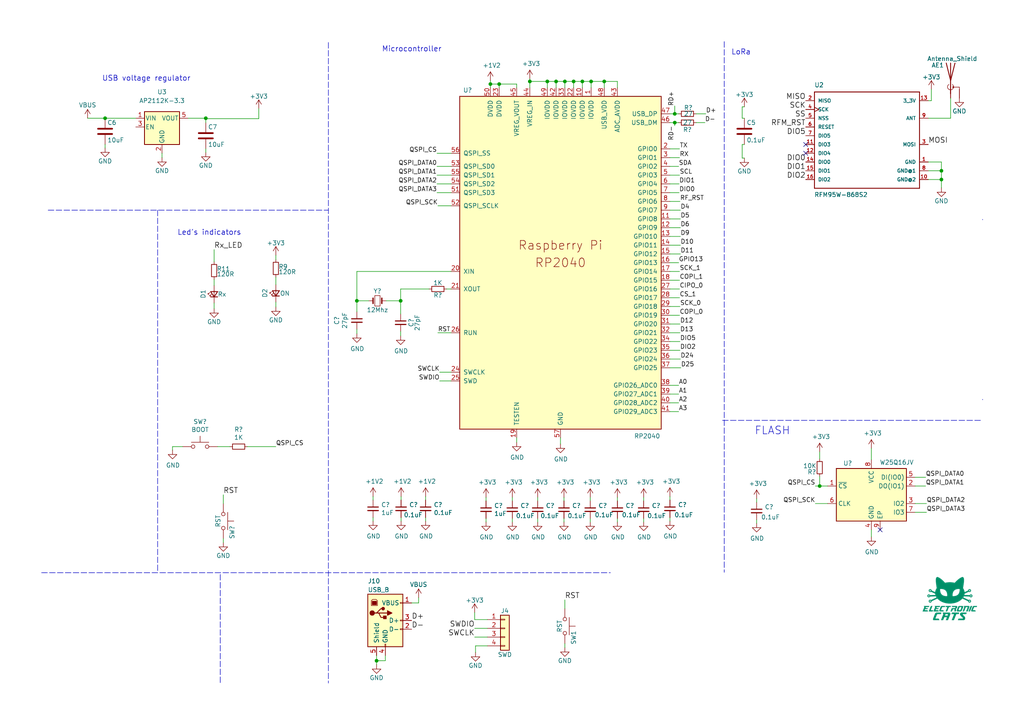
<source format=kicad_sch>
(kicad_sch (version 20211123) (generator eeschema)
  (paper "A4")
  (title_block (title "USB Stick") (date "2020-08-03") (rev "2.5") (company "Electronic Cats") (comment 1 "Eduardo Contreras") (comment 2 "Andres Sabas"))
  (lib_symbols
    (symbol "Device:Antenna_Shield" (pin_numbers hide) (pin_names (offset 1.016) hide)
      (property "Reference" "AE" (at -1.905 4.445 0))
      (property "Value" "Antenna_Shield" (at -1.905 2.54 0))
      (symbol "Antenna_Shield_1_1"
        (pin input line (at 0 -5.08 90) (length 2.54) (name "A") (number "1"))
        (pin input line (at 2.54 -5.08 90) (length 2.54) (name "Shield") (number "2"))
      )
    )
    (symbol "Device:C" (pin_numbers hide) (pin_names (offset 0.254))
      (property "Reference" "C" (at 0.635 2.54 0))
      (property "Value" "C" (at 0.635 -2.54 0))
      (symbol "C_1_1"
        (pin passive line (at 0 3.81 270) (length 2.794) (name "~") (number "1"))
        (pin passive line (at 0 -3.81 90) (length 2.794) (name "~") (number "2"))
      )
    )
    (symbol "Device:C_Small" (pin_numbers hide) (pin_names (offset 0.254) hide)
      (property "Reference" "C" (at 0.254 1.778 0))
      (property "Value" "C_Small" (at 0.254 -2.032 0))
      (symbol "C_Small_1_1"
        (pin passive line (at 0 2.54 270) (length 2.032) (name "~") (number "1"))
        (pin passive line (at 0 -2.54 90) (length 2.032) (name "~") (number "2"))
      )
    )
    (symbol "Device:Crystal_Small" (pin_numbers hide) (pin_names (offset 1.016) hide)
      (property "Reference" "Y" (at 0 2.54 0))
      (property "Value" "Crystal_Small" (at 0 -2.54 0))
      (symbol "Crystal_Small_1_1"
        (pin passive line (at -2.54 0 0) (length 1.27) (name "1") (number "1"))
        (pin passive line (at 2.54 0 180) (length 1.27) (name "2") (number "2"))
      )
    )
    (symbol "Device:LED_Small" (pin_numbers hide) (pin_names (offset 0.254) hide)
      (property "Reference" "D" (at -1.27 3.175 0))
      (property "Value" "LED_Small" (at -4.445 -2.54 0))
      (symbol "LED_Small_1_1"
        (pin passive line (at -2.54 0 0) (length 1.778) (name "K") (number "1"))
        (pin passive line (at 2.54 0 180) (length 1.778) (name "A") (number "2"))
      )
    )
    (symbol "Device:R_Small" (pin_numbers hide) (pin_names (offset 0.254) hide)
      (property "Reference" "R" (at 0.762 0.508 0))
      (property "Value" "R_Small" (at 0.762 -1.016 0))
      (symbol "R_Small_1_1"
        (pin passive line (at 0 2.54 270) (length 0.762) (name "~") (number "1"))
        (pin passive line (at 0 -2.54 90) (length 0.762) (name "~") (number "2"))
      )
    )
    (symbol "LoRA_USBStick-rescue:Conn_01x04" (pin_names (offset 1.016) hide)
      (property "Reference" "J" (at 0 5.08 0))
      (property "Value" "Conn_01x04" (at 0 -7.62 0))
      (symbol "Conn_01x04_1_1"
        (pin passive line (at -5.08 2.54 0) (length 3.81) (name "Pin_1") (number "1"))
        (pin passive line (at -5.08 0 0) (length 3.81) (name "Pin_2") (number "2"))
        (pin passive line (at -5.08 -2.54 0) (length 3.81) (name "Pin_3") (number "3"))
        (pin passive line (at -5.08 -5.08 0) (length 3.81) (name "Pin_4") (number "4"))
      )
    )
    (symbol "LoRA_USBStick-rescue:SW_Push" (pin_numbers hide) (pin_names (offset 1.016) hide)
      (property "Reference" "SW" (at 1.27 2.54 0))
      (property "Value" "SW_Push" (at 0 -1.524 0))
      (symbol "SW_Push_0_1"
        (pin passive line (at -5.08 0 0) (length 2.54) (name "1") (number "1"))
        (pin passive line (at 5.08 0 180) (length 2.54) (name "2") (number "2"))
      )
    )
    (symbol "LoRA_USBStick-rescue:USB_B" (pin_names (offset 1.016))
      (property "Reference" "J" (at -5.08 11.43 0))
      (property "Value" "USB_B" (at -5.08 8.89 0))
      (symbol "USB_B_1_1"
        (pin power_out line (at 7.62 5.08 180) (length 2.54) (name "VBUS") (number "1"))
        (pin passive line (at 7.62 -2.54 180) (length 2.54) (name "D-") (number "2"))
        (pin passive line (at 7.62 0 180) (length 2.54) (name "D+") (number "3"))
        (pin power_out line (at 0 -10.16 90) (length 2.54) (name "GND") (number "4"))
        (pin passive line (at -2.54 -10.16 90) (length 2.54) (name "Shield") (number "5"))
      )
    )
    (symbol "Memory_Flash:W25Q32JVZP"
      (property "Reference" "U" (at -8.89 8.89 0))
      (property "Value" "W25Q32JVZP" (at 7.62 8.89 0))
      (symbol "W25Q32JVZP_1_1"
        (pin input line (at -12.7 2.54 0) (length 2.54) (name "~{CS}") (number "1"))
        (pin bidirectional line (at 12.7 2.54 180) (length 2.54) (name "DO(IO1)") (number "2"))
        (pin bidirectional line (at 12.7 -2.54 180) (length 2.54) (name "IO2") (number "3"))
        (pin power_in line (at 0 -10.16 90) (length 2.54) (name "GND") (number "4"))
        (pin bidirectional line (at 12.7 5.08 180) (length 2.54) (name "DI(IO0)") (number "5"))
        (pin input line (at -12.7 -2.54 0) (length 2.54) (name "CLK") (number "6"))
        (pin bidirectional line (at 12.7 -5.08 180) (length 2.54) (name "IO3") (number "7"))
        (pin power_in line (at 0 10.16 270) (length 2.54) (name "VCC") (number "8"))
        (pin passive line (at 2.54 -10.16 90) (length 2.54) (name "EP") (number "9"))
      )
    )
    (symbol "PicoWAN-rescue:RP2040-MCU_RaspberryPi_and_Boards-PicoWAN-rescue-PicoWAN-rescue" (pin_names (offset 1.016))
      (property "Reference" "U" (at -29.21 49.53 0))
      (property "Value" "RP2040-MCU_RaspberryPi_and_Boards-PicoWAN-rescue-PicoWAN-rescue" (at 24.13 -49.53 0))
      (symbol "RP2040-MCU_RaspberryPi_and_Boards-PicoWAN-rescue-PicoWAN-rescue_0_0"
        (text "Raspberry Pi" (at 0 5.08 0) (effects (font (size 2.54 2.54))))
        (text "RP2040" (at 0 0 0) (effects (font (size 2.54 2.54))))
      )
      (symbol "RP2040-MCU_RaspberryPi_and_Boards-PicoWAN-rescue-PicoWAN-rescue_1_1"
        (pin power_in line (at 8.89 50.8 270) (length 2.54) (name "IOVDD") (number "1"))
        (pin power_in line (at 6.35 50.8 270) (length 2.54) (name "IOVDD") (number "10"))
        (pin bidirectional line (at 31.75 12.7 180) (length 2.54) (name "GPIO8") (number "11"))
        (pin bidirectional line (at 31.75 10.16 180) (length 2.54) (name "GPIO9") (number "12"))
        (pin bidirectional line (at 31.75 7.62 180) (length 2.54) (name "GPIO10") (number "13"))
        (pin bidirectional line (at 31.75 5.08 180) (length 2.54) (name "GPIO11") (number "14"))
        (pin bidirectional line (at 31.75 2.54 180) (length 2.54) (name "GPIO12") (number "15"))
        (pin bidirectional line (at 31.75 0 180) (length 2.54) (name "GPIO13") (number "16"))
        (pin bidirectional line (at 31.75 -2.54 180) (length 2.54) (name "GPIO14") (number "17"))
        (pin bidirectional line (at 31.75 -5.08 180) (length 2.54) (name "GPIO15") (number "18"))
        (pin passive line (at -12.7 -50.8 90) (length 2.54) (name "TESTEN") (number "19"))
        (pin bidirectional line (at 31.75 33.02 180) (length 2.54) (name "GPIO0") (number "2"))
        (pin input line (at -31.75 -2.54 0) (length 2.54) (name "XIN") (number "20"))
        (pin passive line (at -31.75 -7.62 0) (length 2.54) (name "XOUT") (number "21"))
        (pin power_in line (at 3.81 50.8 270) (length 2.54) (name "IOVDD") (number "22"))
        (pin power_in line (at -17.78 50.8 270) (length 2.54) (name "DVDD") (number "23"))
        (pin output line (at -31.75 -31.75 0) (length 2.54) (name "SWCLK") (number "24"))
        (pin bidirectional line (at -31.75 -34.29 0) (length 2.54) (name "SWD") (number "25"))
        (pin input line (at -31.75 -20.32 0) (length 2.54) (name "RUN") (number "26"))
        (pin bidirectional line (at 31.75 -7.62 180) (length 2.54) (name "GPIO16") (number "27"))
        (pin bidirectional line (at 31.75 -10.16 180) (length 2.54) (name "GPIO17") (number "28"))
        (pin bidirectional line (at 31.75 -12.7 180) (length 2.54) (name "GPIO18") (number "29"))
        (pin bidirectional line (at 31.75 30.48 180) (length 2.54) (name "GPIO1") (number "3"))
        (pin bidirectional line (at 31.75 -15.24 180) (length 2.54) (name "GPIO19") (number "30"))
        (pin bidirectional line (at 31.75 -17.78 180) (length 2.54) (name "GPIO20") (number "31"))
        (pin bidirectional line (at 31.75 -20.32 180) (length 2.54) (name "GPIO21") (number "32"))
        (pin power_in line (at 1.27 50.8 270) (length 2.54) (name "IOVDD") (number "33"))
        (pin bidirectional line (at 31.75 -22.86 180) (length 2.54) (name "GPIO22") (number "34"))
        (pin bidirectional line (at 31.75 -25.4 180) (length 2.54) (name "GPIO23") (number "35"))
        (pin bidirectional line (at 31.75 -27.94 180) (length 2.54) (name "GPIO24") (number "36"))
        (pin bidirectional line (at 31.75 -30.48 180) (length 2.54) (name "GPIO25") (number "37"))
        (pin bidirectional line (at 31.75 -35.56 180) (length 2.54) (name "GPIO26_ADC0") (number "38"))
        (pin bidirectional line (at 31.75 -38.1 180) (length 2.54) (name "GPIO27_ADC1") (number "39"))
        (pin bidirectional line (at 31.75 27.94 180) (length 2.54) (name "GPIO2") (number "4"))
        (pin bidirectional line (at 31.75 -40.64 180) (length 2.54) (name "GPIO28_ADC2") (number "40"))
        (pin bidirectional line (at 31.75 -43.18 180) (length 2.54) (name "GPIO29_ADC3") (number "41"))
        (pin power_in line (at -1.27 50.8 270) (length 2.54) (name "IOVDD") (number "42"))
        (pin power_in line (at 16.51 50.8 270) (length 2.54) (name "ADC_AVDD") (number "43"))
        (pin power_in line (at -8.89 50.8 270) (length 2.54) (name "VREG_IN") (number "44"))
        (pin power_out line (at -12.7 50.8 270) (length 2.54) (name "VREG_VOUT") (number "45"))
        (pin bidirectional line (at 31.75 40.64 180) (length 2.54) (name "USB_DM") (number "46"))
        (pin bidirectional line (at 31.75 43.18 180) (length 2.54) (name "USB_DP") (number "47"))
        (pin power_in line (at 12.7 50.8 270) (length 2.54) (name "USB_VDD") (number "48"))
        (pin power_in line (at -3.81 50.8 270) (length 2.54) (name "IOVDD") (number "49"))
        (pin bidirectional line (at 31.75 25.4 180) (length 2.54) (name "GPIO3") (number "5"))
        (pin power_in line (at -20.32 50.8 270) (length 2.54) (name "DVDD") (number "50"))
        (pin bidirectional line (at -31.75 20.32 0) (length 2.54) (name "QSPI_SD3") (number "51"))
        (pin output line (at -31.75 16.51 0) (length 2.54) (name "QSPI_SCLK") (number "52"))
        (pin bidirectional line (at -31.75 27.94 0) (length 2.54) (name "QSPI_SD0") (number "53"))
        (pin bidirectional line (at -31.75 22.86 0) (length 2.54) (name "QSPI_SD2") (number "54"))
        (pin bidirectional line (at -31.75 25.4 0) (length 2.54) (name "QSPI_SD1") (number "55"))
        (pin bidirectional line (at -31.75 31.75 0) (length 2.54) (name "QSPI_SS") (number "56"))
        (pin power_in line (at 0 -50.8 90) (length 2.54) (name "GND") (number "57"))
        (pin bidirectional line (at 31.75 22.86 180) (length 2.54) (name "GPIO4") (number "6"))
        (pin bidirectional line (at 31.75 20.32 180) (length 2.54) (name "GPIO5") (number "7"))
        (pin bidirectional line (at 31.75 17.78 180) (length 2.54) (name "GPIO6") (number "8"))
        (pin bidirectional line (at 31.75 15.24 180) (length 2.54) (name "GPIO7") (number "9"))
      )
    )
    (symbol "Regulator_Linear:AP2112K-3.3" (pin_names (offset 0.254))
      (property "Reference" "U" (at -5.08 5.715 0))
      (property "Value" "AP2112K-3.3" (at 0 5.715 0))
      (symbol "AP2112K-3.3_1_1"
        (pin power_in line (at -7.62 2.54 0) (length 2.54) (name "VIN") (number "1"))
        (pin power_in line (at 0 -7.62 90) (length 2.54) (name "GND") (number "2"))
        (pin input line (at -7.62 0 0) (length 2.54) (name "EN") (number "3"))
        (pin no_connect line (at 5.08 0 180) (length 2.54) hide (name "NC") (number "4"))
        (pin power_out line (at 7.62 2.54 180) (length 2.54) (name "VOUT") (number "5"))
      )
    )
    (symbol "Switch:SW_Push" (pin_numbers hide) (pin_names (offset 1.016) hide)
      (property "Reference" "SW" (at 1.27 2.54 0))
      (property "Value" "SW_Push" (at 0 -1.524 0))
      (symbol "SW_Push_0_1"
        (pin passive line (at -5.08 0 0) (length 2.54) (name "1") (number "1"))
        (pin passive line (at 5.08 0 180) (length 2.54) (name "2") (number "2"))
      )
    )
    (symbol "agroin:RFM95W-868S2" (pin_names (offset 1.016))
      (property "Reference" "U" (at -15.2654 13.9954 0))
      (property "Value" "RFM95W-868S2" (at -15.2908 -17.8308 0))
      (symbol "RFM95W-868S2_0_0"
        (pin power_in line (at 17.78 -7.62 180) (length 2.54) (name "GND") (number "1"))
        (pin power_in line (at 17.78 -12.7 180) (length 2.54) (name "GND@2") (number "10"))
        (pin bidirectional line (at -17.78 -2.54 0) (length 2.54) (name "DIO3") (number "11"))
        (pin bidirectional line (at -17.78 -5.08 0) (length 2.54) (name "DIO4") (number "12"))
        (pin power_in line (at 17.78 10.16 180) (length 2.54) (name "3_3V") (number "13"))
        (pin bidirectional line (at -17.78 -7.62 0) (length 2.54) (name "DIO0") (number "14"))
        (pin bidirectional line (at -17.78 -10.16 0) (length 2.54) (name "DIO1") (number "15"))
        (pin bidirectional line (at -17.78 -12.7 0) (length 2.54) (name "DIO2") (number "16"))
        (pin input line (at -17.78 10.16 0) (length 2.54) (name "MISO") (number "2"))
        (pin output line (at 17.78 -2.54 180) (length 2.54) (name "MOSI") (number "3"))
        (pin input clock (at -17.78 7.62 0) (length 2.54) (name "SCK") (number "4"))
        (pin input line (at -17.78 5.08 0) (length 2.54) (name "NSS") (number "5"))
        (pin bidirectional line (at -17.78 2.54 0) (length 2.54) (name "RESET") (number "6"))
        (pin bidirectional line (at -17.78 0 0) (length 2.54) (name "DIO5") (number "7"))
        (pin power_in line (at 17.78 -10.16 180) (length 2.54) (name "GND@1") (number "8"))
        (pin passive line (at 17.78 5.08 180) (length 2.54) (name "ANT") (number "9"))
      )
    )
    (symbol "power:+1V2" (power) (pin_names (offset 0))
      (property "Value" "+1V2" (at 0 3.556 0))
      (symbol "+1V2_1_1"
        (pin power_in line (at 0 0 90) (length 0) hide (name "+1V2") (number "1"))
      )
    )
    (symbol "power:+3.3V" (power) (pin_names (offset 0))
      (property "Value" "+3.3V" (at 0 3.556 0))
      (symbol "+3.3V_1_1"
        (pin power_in line (at 0 0 90) (length 0) hide (name "+3V3") (number "1"))
      )
    )
    (symbol "power:+3V3" (power) (pin_names (offset 0))
      (property "Value" "+3V3" (at 0 3.556 0))
      (symbol "+3V3_1_1"
        (pin power_in line (at 0 0 90) (length 0) hide (name "+3V3") (number "1"))
      )
    )
    (symbol "power:GND" (power) (pin_names (offset 0))
      (property "Value" "GND" (at 0 -3.81 0))
      (symbol "GND_1_1"
        (pin power_in line (at 0 0 270) (length 0) hide (name "GND") (number "1"))
      )
    )
    (symbol "power:VBUS" (power) (pin_names (offset 0))
      (property "Value" "VBUS" (at 0 3.81 0))
      (symbol "VBUS_1_1"
        (pin power_in line (at 0 0 90) (length 0) hide (name "VBUS") (number "1"))
      )
    )
  )
  (junction (at 153.67 23.622))
  (junction (at 144.78 24.384))
  (junction (at 161.29 23.622))
  (junction (at 195.707 35.56))
  (junction (at 59.69 34.29))
  (junction (at 237.744 140.97))
  (junction (at 195.707 33.02))
  (junction (at 116.205 87.249))
  (junction (at 273.05 49.53))
  (junction (at 273.05 52.07))
  (junction (at 168.91 23.622))
  (junction (at 166.37 23.622))
  (junction (at 171.45 23.622))
  (junction (at 158.75 23.622))
  (junction (at 142.24 24.384))
  (junction (at 175.26 23.622))
  (junction (at 163.83 23.622))
  (junction (at 103.505 87.249))
  (junction (at 109.22 191.643))
  (junction (at 30.48 34.29))
  (no_connect (at 255.27 153.67))
  (no_connect (at 233.68 41.91))
  (no_connect (at 233.68 44.45))
  (wire (pts (xy 59.69 34.417) (xy 75.057 34.417)))
  (wire (pts (xy 237.744 133.096) (xy 237.744 131.064)))
  (wire (pts (xy 116.332 150.114) (xy 116.332 151.13)))
  (wire (pts (xy 80.01 82.55) (xy 80.01 80.391)))
  (wire (pts (xy 194.31 73.66) (xy 197.358 73.66)))
  (wire (pts (xy 270.129 29.21) (xy 269.24 29.21)))
  (wire (pts (xy 171.196 145.288) (xy 171.196 144.272)))
  (wire (pts (xy 195.707 30.734) (xy 195.707 33.02)))
  (wire (pts (xy 194.31 111.76) (xy 196.85 111.76)))
  (wire (pts (xy 130.81 53.34) (xy 126.746 53.34)))
  (wire (pts (xy 130.81 107.95) (xy 127.508 107.95)))
  (wire (pts (xy 194.31 71.12) (xy 197.358 71.12)))
  (wire (pts (xy 63.119 129.54) (xy 66.675 129.54)))
  (wire (pts (xy 265.43 148.59) (xy 268.732 148.59)))
  (wire (pts (xy 62.103 82.804) (xy 62.103 81.026)))
  (wire (pts (xy 153.67 25.4) (xy 153.67 23.622)))
  (wire (pts (xy 59.69 44.196) (xy 59.69 43.18)))
  (wire (pts (xy 130.81 59.69) (xy 127 59.69)))
  (wire (pts (xy 194.31 86.36) (xy 197.104 86.36)))
  (wire (pts (xy 194.31 116.84) (xy 196.85 116.84)))
  (wire (pts (xy 116.205 87.249) (xy 116.205 91.059)))
  (wire (pts (xy 130.81 55.88) (xy 126.746 55.88)))
  (wire (pts (xy 273.05 52.07) (xy 273.05 54.483)))
  (wire (pts (xy 237.744 140.97) (xy 236.474 140.97)))
  (wire (pts (xy 269.24 49.53) (xy 273.05 49.53)))
  (wire (pts (xy 109.22 192.786) (xy 109.22 191.643)))
  (wire (pts (xy 80.01 87.63) (xy 80.01 89.027)))
  (wire (pts (xy 265.43 140.97) (xy 268.478 140.97)))
  (wire (pts (xy 265.43 138.43) (xy 268.478 138.43)))
  (wire (pts (xy 59.69 35.56) (xy 59.69 34.417)))
  (wire (pts (xy 80.01 75.311) (xy 80.01 74.041)))
  (wire (pts (xy 194.31 68.58) (xy 197.358 68.58)))
  (wire (pts (xy 215.265 30.988) (xy 215.265 34.29)))
  (wire (pts (xy 116.205 83.82) (xy 124.46 83.82)))
  (wire (pts (xy 194.31 58.42) (xy 197.231 58.42)))
  (wire (pts (xy 46.99 44.45) (xy 46.99 45.72)))
  (wire (pts (xy 175.26 23.622) (xy 171.45 23.622)))
  (wire (pts (xy 137.922 187.325) (xy 141.351 187.325)))
  (wire (pts (xy 30.48 42.926) (xy 30.48 41.91)))
  (wire (pts (xy 194.31 145.034) (xy 194.31 144.018)))
  (wire (pts (xy 219.456 145.669) (xy 219.456 144.653)))
  (polyline (pts (xy 210.058 12.065) (xy 210.058 165.989)))
  (wire (pts (xy 179.07 23.622) (xy 175.26 23.622)))
  (wire (pts (xy 186.69 150.368) (xy 186.69 151.384)))
  (wire (pts (xy 168.91 25.4) (xy 168.91 23.622)))
  (wire (pts (xy 194.31 50.8) (xy 197.104 50.8)))
  (wire (pts (xy 195.707 36.449) (xy 195.707 35.56)))
  (wire (pts (xy 194.31 96.52) (xy 197.231 96.52)))
  (wire (pts (xy 75.057 34.417) (xy 75.057 31.496)))
  (wire (pts (xy 158.75 25.4) (xy 158.75 23.622)))
  (wire (pts (xy 194.31 101.6) (xy 197.231 101.6)))
  (wire (pts (xy 273.05 49.53) (xy 273.05 52.07)))
  (wire (pts (xy 240.03 146.05) (xy 236.474 146.05)))
  (wire (pts (xy 111.76 190.119) (xy 111.76 191.643)))
  (wire (pts (xy 194.31 93.98) (xy 197.231 93.98)))
  (wire (pts (xy 275.717 34.29) (xy 275.717 28.448)))
  (wire (pts (xy 130.81 78.74) (xy 103.505 78.74)))
  (wire (pts (xy 54.61 34.29) (xy 59.69 34.29)))
  (wire (pts (xy 194.31 91.44) (xy 197.104 91.44)))
  (wire (pts (xy 265.43 146.05) (xy 268.732 146.05)))
  (wire (pts (xy 142.24 25.4) (xy 142.24 24.384)))
  (wire (pts (xy 194.31 63.5) (xy 197.358 63.5)))
  (wire (pts (xy 142.24 24.384) (xy 142.24 23.368)))
  (wire (pts (xy 194.31 53.34) (xy 196.977 53.34)))
  (wire (pts (xy 215.265 34.29) (xy 215.9 34.29)))
  (wire (pts (xy 123.444 150.114) (xy 123.444 151.13)))
  (wire (pts (xy 130.81 96.52) (xy 127 96.52)))
  (wire (pts (xy 194.31 33.02) (xy 195.707 33.02)))
  (wire (pts (xy 103.505 87.249) (xy 106.934 87.249)))
  (wire (pts (xy 194.31 99.06) (xy 197.231 99.06)))
  (polyline (pts (xy 12.065 166.116) (xy 177.038 166.116)))
  (wire (pts (xy 194.31 48.26) (xy 196.85 48.26)))
  (wire (pts (xy 166.37 25.4) (xy 166.37 23.622)))
  (wire (pts (xy 163.83 23.622) (xy 166.37 23.622)))
  (wire (pts (xy 130.81 48.26) (xy 126.746 48.26)))
  (wire (pts (xy 273.05 46.99) (xy 269.24 46.99)))
  (wire (pts (xy 148.59 150.368) (xy 148.59 151.384)))
  (wire (pts (xy 269.24 34.29) (xy 275.717 34.29)))
  (polyline (pts (xy 284.988 115.951) (xy 284.988 115.824)))
  (wire (pts (xy 194.31 55.88) (xy 196.977 55.88)))
  (polyline (pts (xy 209.55 121.92) (xy 284.48 121.92)))
  (polyline (pts (xy 13.97 60.96) (xy 95.25 60.96)))
  (wire (pts (xy 25.4 34.29) (xy 30.48 34.29)))
  (wire (pts (xy 163.83 25.4) (xy 163.83 23.622)))
  (wire (pts (xy 64.77 143.51) (xy 64.77 146.05)))
  (wire (pts (xy 130.81 83.82) (xy 129.54 83.82)))
  (wire (pts (xy 201.93 35.56) (xy 204.47 35.56)))
  (wire (pts (xy 130.81 50.8) (xy 126.746 50.8)))
  (wire (pts (xy 121.412 174.879) (xy 119.38 174.879)))
  (wire (pts (xy 163.83 173.99) (xy 163.83 176.53)))
  (wire (pts (xy 130.81 110.49) (xy 127.508 110.49)))
  (wire (pts (xy 215.265 45.847) (xy 215.265 41.91)))
  (wire (pts (xy 179.07 25.4) (xy 179.07 23.622)))
  (wire (pts (xy 270.129 25.908) (xy 270.129 29.21)))
  (wire (pts (xy 103.505 78.74) (xy 103.505 87.249)))
  (wire (pts (xy 252.73 133.35) (xy 252.73 130.048)))
  (wire (pts (xy 155.956 150.368) (xy 155.956 151.384)))
  (wire (pts (xy 121.412 173.355) (xy 121.412 174.879)))
  (wire (pts (xy 123.444 145.034) (xy 123.444 144.018)))
  (wire (pts (xy 162.56 127) (xy 162.56 128.778)))
  (wire (pts (xy 194.31 78.74) (xy 197.104 78.74)))
  (wire (pts (xy 153.67 23.622) (xy 158.75 23.622)))
  (wire (pts (xy 62.103 87.884) (xy 62.103 89.535)))
  (wire (pts (xy 163.576 150.368) (xy 163.576 151.384)))
  (wire (pts (xy 111.76 191.643) (xy 109.22 191.643)))
  (wire (pts (xy 171.45 23.622) (xy 171.45 25.4)))
  (wire (pts (xy 103.505 96.774) (xy 103.505 95.504)))
  (wire (pts (xy 153.67 23.622) (xy 153.67 22.86)))
  (wire (pts (xy 215.265 45.847) (xy 215.9 45.847)))
  (wire (pts (xy 194.31 66.04) (xy 197.358 66.04)))
  (wire (pts (xy 194.31 76.2) (xy 196.85 76.2)))
  (wire (pts (xy 194.31 106.68) (xy 197.485 106.68)))
  (wire (pts (xy 273.05 46.99) (xy 273.05 49.53)))
  (wire (pts (xy 194.31 45.72) (xy 197.104 45.72)))
  (wire (pts (xy 140.97 145.288) (xy 140.97 144.272)))
  (wire (pts (xy 161.29 25.4) (xy 161.29 23.622)))
  (wire (pts (xy 103.505 87.249) (xy 103.505 90.424)))
  (wire (pts (xy 194.31 88.9) (xy 197.231 88.9)))
  (wire (pts (xy 194.31 150.114) (xy 194.31 151.13)))
  (wire (pts (xy 194.31 104.14) (xy 197.358 104.14)))
  (wire (pts (xy 108.204 150.114) (xy 108.204 151.13)))
  (wire (pts (xy 50.038 129.54) (xy 50.038 130.556)))
  (wire (pts (xy 240.03 140.97) (xy 237.744 140.97)))
  (wire (pts (xy 148.59 145.288) (xy 148.59 144.272)))
  (wire (pts (xy 171.196 150.368) (xy 171.196 151.384)))
  (wire (pts (xy 112.014 87.249) (xy 116.205 87.249)))
  (wire (pts (xy 237.744 138.176) (xy 237.744 140.97)))
  (wire (pts (xy 194.31 35.56) (xy 195.707 35.56)))
  (wire (pts (xy 130.81 44.45) (xy 126.746 44.45)))
  (wire (pts (xy 194.31 119.38) (xy 196.85 119.38)))
  (wire (pts (xy 116.205 83.82) (xy 116.205 87.249)))
  (wire (pts (xy 163.576 145.288) (xy 163.576 144.272)))
  (wire (pts (xy 137.922 189.23) (xy 137.922 187.325)))
  (wire (pts (xy 137.668 179.705) (xy 137.668 177.673)))
  (wire (pts (xy 155.956 145.288) (xy 155.956 144.272)))
  (polyline (pts (xy 45.72 60.96) (xy 45.72 165.735)))
  (wire (pts (xy 149.86 127) (xy 149.86 128.27)))
  (wire (pts (xy 158.75 23.622) (xy 161.29 23.622)))
  (wire (pts (xy 149.86 24.384) (xy 144.78 24.384)))
  (wire (pts (xy 71.755 129.54) (xy 80.01 129.54)))
  (wire (pts (xy 137.668 182.245) (xy 141.351 182.245)))
  (wire (pts (xy 64.77 157.353) (xy 64.77 156.21)))
  (wire (pts (xy 116.332 145.034) (xy 116.332 144.018)))
  (wire (pts (xy 179.07 145.288) (xy 179.07 144.272)))
  (wire (pts (xy 30.48 34.29) (xy 39.37 34.29)))
  (wire (pts (xy 194.31 114.3) (xy 196.85 114.3)))
  (wire (pts (xy 194.31 60.96) (xy 197.358 60.96)))
  (wire (pts (xy 194.31 83.82) (xy 197.104 83.82)))
  (wire (pts (xy 215.265 41.91) (xy 215.9 41.91)))
  (wire (pts (xy 141.351 184.785) (xy 137.668 184.785)))
  (wire (pts (xy 194.31 43.18) (xy 197.104 43.18)))
  (wire (pts (xy 269.24 52.07) (xy 273.05 52.07)))
  (wire (pts (xy 195.707 35.56) (xy 196.85 35.56)))
  (wire (pts (xy 116.205 97.409) (xy 116.205 96.139)))
  (wire (pts (xy 201.93 33.02) (xy 204.724 33.02)))
  (wire (pts (xy 179.07 150.368) (xy 179.07 151.384)))
  (wire (pts (xy 186.69 145.288) (xy 186.69 144.272)))
  (wire (pts (xy 108.204 145.034) (xy 108.204 144.018)))
  (polyline (pts (xy 95.25 12.319) (xy 95.25 198.12)))
  (wire (pts (xy 149.86 25.4) (xy 149.86 24.384)))
  (polyline (pts (xy 63.881 197.993) (xy 63.881 166.116)))
  (wire (pts (xy 163.83 187.833) (xy 163.83 186.69)))
  (wire (pts (xy 141.351 179.705) (xy 137.668 179.705)))
  (wire (pts (xy 175.26 25.4) (xy 175.26 23.622)))
  (polyline (pts (xy 284.988 63.754) (xy 284.988 63.627)))
  (wire (pts (xy 161.29 23.622) (xy 163.83 23.622)))
  (wire (pts (xy 140.97 150.368) (xy 140.97 151.384)))
  (wire (pts (xy 195.707 33.02) (xy 196.85 33.02)))
  (wire (pts (xy 194.31 81.28) (xy 197.104 81.28)))
  (wire (pts (xy 144.78 24.384) (xy 144.78 25.4)))
  (wire (pts (xy 166.37 23.622) (xy 168.91 23.622)))
  (wire (pts (xy 168.91 23.622) (xy 171.45 23.622)))
  (wire (pts (xy 62.103 72.39) (xy 62.103 75.946)))
  (wire (pts (xy 215.265 30.988) (xy 215.9 30.988)))
  (wire (pts (xy 52.959 129.54) (xy 50.038 129.54)))
  (wire (pts (xy 142.24 24.384) (xy 144.78 24.384)))
  (wire (pts (xy 109.22 191.643) (xy 109.22 190.119)))
  (wire (pts (xy 219.456 150.749) (xy 219.456 151.765)))
  (wire (pts (xy 252.73 153.67) (xy 252.73 155.702)))
  (image (at 275.463 173.609))
  (text "Led's indicators" (at 51.435 68.453 0) (effects (font (size 1.524 1.524)) (justify left bottom)))
  (text "LoRa" (at 212.09 16.129 0) (effects (font (size 1.524 1.524)) (justify left bottom)))
  (text "Microcontroller" (at 110.744 15.24 0) (effects (font (size 1.524 1.524)) (justify left bottom)))
  (text "USB voltage regulator\n" (at 29.591 23.749 0) (effects (font (size 1.524 1.524)) (justify left bottom)))
  (text "FLASH" (at 218.821 126.365 0) (effects (font (size 2.2606 2.2606)) (justify left bottom)))
  (label "DIO2" (at 233.68 52.07 180) (effects (font (size 1.524 1.524))))
  (label "D9" (at 197.358 68.58 0))
  (label "D+" (at 204.724 33.02 0))
  (label "RST" (at 64.77 143.51 0) (effects (font (size 1.524 1.524))))
  (label "QSPI_DATA2" (at 126.746 53.34 180))
  (label "D6" (at 197.358 66.04 0))
  (label "SS" (at 233.68 34.29 180) (effects (font (size 1.524 1.524))))
  (label "GPIO13" (at 196.85 76.2 0))
  (label "RF_RST" (at 197.231 58.42 0))
  (label "D-" (at 204.47 35.56 0))
  (label "A0" (at 196.85 111.76 0))
  (label "QSPI_DATA1" (at 268.478 140.97 0))
  (label "D11" (at 197.358 73.66 0))
  (label "DIO2" (at 197.231 101.6 0))
  (label "RD+" (at 195.707 30.734 90))
  (label "D13" (at 197.231 96.52 0))
  (label "A1" (at 196.85 114.3 0))
  (label "CIPO_0" (at 197.104 83.82 0))
  (label "DIO1" (at 233.68 49.53 180) (effects (font (size 1.524 1.524))))
  (label "DIO5" (at 197.231 99.06 0))
  (label "SCK_1" (at 197.104 78.74 0))
  (label "D+" (at 119.38 179.959 0) (effects (font (size 1.524 1.524))))
  (label "DIO0" (at 196.977 55.88 0))
  (label "QSPI_SCK" (at 127 59.69 180))
  (label "SCL" (at 197.104 50.8 0))
  (label "SCK_0" (at 197.231 88.9 0))
  (label "D5" (at 197.358 63.5 0))
  (label "Rx_LED" (at 62.103 72.39 0) (effects (font (size 1.524 1.524))))
  (label "RFM_RST" (at 233.68 36.83 180) (effects (font (size 1.524 1.524))))
  (label "MOSI" (at 269.24 41.91 0) (effects (font (size 1.524 1.524))))
  (label "D4" (at 197.358 60.96 0))
  (label "D24" (at 197.358 104.14 0))
  (label "RX" (at 197.104 45.72 0))
  (label "DIO1" (at 196.977 53.34 0))
  (label "QSPI_DATA0" (at 268.478 138.43 0))
  (label "D12" (at 197.231 93.98 0))
  (label "SWDIO" (at 127.508 110.49 180))
  (label "TX" (at 197.104 43.18 0))
  (label "D-" (at 119.38 182.499 0) (effects (font (size 1.524 1.524))))
  (label "CS_1" (at 197.104 86.36 0))
  (label "D10" (at 197.358 71.12 0))
  (label "SWCLK" (at 137.668 184.785 180) (effects (font (size 1.524 1.524))))
  (label "QSPI_SCK" (at 236.474 146.05 180))
  (label "QSPI_CS" (at 236.474 140.97 180))
  (label "DIO5" (at 233.68 39.37 180) (effects (font (size 1.524 1.524))))
  (label "QSPI_DATA3" (at 126.746 55.88 180))
  (label "COPI_1" (at 197.104 81.28 0))
  (label "COPI_0" (at 197.104 91.44 0))
  (label "SDA" (at 196.85 48.26 0))
  (label "QSPI_DATA1" (at 126.746 50.8 180))
  (label "QSPI_DATA0" (at 126.746 48.26 180))
  (label "QSPI_DATA2" (at 268.732 146.05 0))
  (label "SWCLK" (at 127.508 107.95 180))
  (label "A2" (at 196.85 116.84 0))
  (label "SCK" (at 233.68 31.75 180) (effects (font (size 1.524 1.524))))
  (label "RST" (at 127 96.52 0))
  (label "RST" (at 163.83 173.99 0) (effects (font (size 1.524 1.524))))
  (label "SWDIO" (at 137.668 182.245 180) (effects (font (size 1.524 1.524))))
  (label "MISO" (at 233.68 29.21 180) (effects (font (size 1.524 1.524))))
  (label "RD-" (at 195.707 36.449 270))
  (label "QSPI_CS" (at 80.01 129.54 0))
  (label "DIO0" (at 233.68 46.99 180) (effects (font (size 1.524 1.524))))
  (label "QSPI_CS" (at 126.746 44.45 180))
  (label "D25" (at 197.485 106.68 0))
  (label "A3" (at 196.85 119.38 0))
  (label "QSPI_DATA3" (at 268.732 148.59 0))
  (symbol (lib_id "LoRA_USBStick-rescue:SW_Push") (at 163.83 181.61 270) (unit 1)
    (property "Reference" "SW1" (at 166.37 182.88 0) (effects (justify left)))
    (property "Value" "RST" (at 162.306 181.61 0))
    (property "Footprint" "Button_Switch_SMD:SW_SPST_TL3342" (effects hide))
    (property "manf#" "B3U-1000P" (effects hide))
  )
  (symbol (lib_id "power:GND") (at 163.83 187.833 0) (unit 1)
    (property "Reference" "#PWR01" (effects hide))
    (property "Value" "GND" (at 163.83 191.643 0))
  )
  (symbol (lib_id "power:+3.3V") (at 270.129 25.908 0) (unit 1)
    (property "Reference" "#PWR05" (effects hide))
    (property "Value" "+3.3V" (at 270.129 22.352 0))
  )
  (symbol (lib_id "power:GND") (at 273.05 54.483 0) (unit 1)
    (property "Reference" "#PWR06" (effects hide))
    (property "Value" "GND" (at 273.05 58.293 0))
  )
  (symbol (lib_id "Device:C") (at 215.9 38.1 0) (unit 1)
    (property "Reference" "C5" (at 216.535 35.56 0) (effects (justify left)))
    (property "Value" "0.1uF" (at 216.535 40.64 0) (effects (justify left)))
    (property "Footprint" "Capacitor_SMD:C_0805_2012Metric_Pad1.15x1.40mm_HandSolder" (effects hide))
    (property "manf#" "885012207072" (effects hide))
  )
  (symbol (lib_id "power:+3.3V") (at 215.9 30.988 0) (unit 1)
    (property "Reference" "#PWR07" (effects hide))
    (property "Value" "+3.3V" (at 215.9 27.432 0))
  )
  (symbol (lib_id "power:GND") (at 215.9 45.847 0) (unit 1)
    (property "Reference" "#PWR08" (effects hide))
    (property "Value" "GND" (at 215.9 49.657 0))
  )
  (symbol (lib_id "agroin:RFM95W-868S2") (at 251.46 39.37 0) (unit 1)
    (property "Reference" "U2" (at 236.1946 25.3746 0) (effects (justify left bottom)))
    (property "Value" "RFM95W-868S2" (at 236.1692 57.2008 0) (effects (justify left bottom)))
    (property "Footprint" "RF_Module:HOPERF_RFM9XW_SMD" (effects hide))
  )
  (symbol (lib_id "LoRA_USBStick-rescue:Conn_01x04") (at 146.431 182.245 0) (unit 1)
    (property "Reference" "J4" (at 146.431 177.165 0))
    (property "Value" "SWD" (at 146.431 189.865 0))
    (property "Footprint" "Pin_Headers:Pin_Header_Straight_1x04_Pitch2.54mm" (effects hide))
  )
  (symbol (lib_id "power:+3.3V") (at 137.668 177.673 0) (unit 1)
    (property "Reference" "#PWR012" (effects hide))
    (property "Value" "+3.3V" (at 137.668 174.117 0))
  )
  (symbol (lib_id "Device:Antenna_Shield") (at 275.717 23.368 0) (unit 1)
    (property "Reference" "AE1" (at 273.812 18.923 0) (effects (justify right)))
    (property "Value" "Antenna_Shield" (at 283.464 17.018 0) (effects (justify right)))
    (property "Footprint" "agroin:SMA_EDGE" (effects hide))
  )
  (symbol (lib_id "power:GND") (at 278.257 28.448 0) (unit 1)
    (property "Reference" "#PWR013" (effects hide))
    (property "Value" "GND" (at 278.257 32.258 0))
  )
  (symbol (lib_id "power:GND") (at 137.922 189.23 0) (unit 1)
    (property "Reference" "#PWR014" (effects hide))
    (property "Value" "GND" (at 137.922 193.04 0))
  )
  (symbol (lib_id "power:GND") (at 109.22 192.786 0) (unit 1)
    (property "Reference" "#PWR015" (effects hide))
    (property "Value" "GND" (at 109.22 196.596 0))
  )
  (symbol (lib_id "power:VBUS") (at 121.412 173.355 0) (unit 1)
    (property "Reference" "#PWR016" (effects hide))
    (property "Value" "VBUS" (at 121.412 169.545 0))
  )
  (symbol (lib_id "power:VBUS") (at 25.4 34.29 0) (unit 1)
    (property "Reference" "#PWR017" (effects hide))
    (property "Value" "VBUS" (at 25.4 30.48 0))
  )
  (symbol (lib_id "power:GND") (at 46.99 45.72 0) (unit 1)
    (property "Reference" "#PWR018" (effects hide))
    (property "Value" "GND" (at 46.99 49.53 0))
  )
  (symbol (lib_id "Device:C") (at 59.69 39.37 0) (unit 1)
    (property "Reference" "C7" (at 60.325 36.83 0) (effects (justify left)))
    (property "Value" "10uF" (at 60.325 41.91 0) (effects (justify left)))
    (property "Footprint" "Capacitor_SMD:C_0805_2012Metric_Pad1.15x1.40mm_HandSolder" (effects hide))
    (property "manf#" "GRM21BC80J106KE19L" (effects hide))
  )
  (symbol (lib_id "Device:C") (at 30.48 38.1 0) (unit 1)
    (property "Reference" "C6" (at 31.115 35.56 0) (effects (justify left)))
    (property "Value" "10uF" (at 31.115 40.64 0) (effects (justify left)))
    (property "Footprint" "Capacitor_SMD:C_0805_2012Metric_Pad1.15x1.40mm_HandSolder" (effects hide))
    (property "manf#" "GRM21BC80J106KE19L" (effects hide))
  )
  (symbol (lib_id "power:GND") (at 30.48 42.926 0) (unit 1)
    (property "Reference" "#PWR019" (effects hide))
    (property "Value" "GND" (at 30.48 46.736 0))
  )
  (symbol (lib_id "power:GND") (at 59.69 44.196 0) (unit 1)
    (property "Reference" "#PWR020" (effects hide))
    (property "Value" "GND" (at 59.69 48.006 0))
  )
  (symbol (lib_id "power:+3.3V") (at 75.057 31.496 0) (unit 1)
    (property "Reference" "#PWR021" (effects hide))
    (property "Value" "+3.3V" (at 75.057 27.94 0))
  )
  (symbol (lib_id "Device:LED_Small") (at 62.103 85.344 90) (unit 1)
    (property "Reference" "D1" (at 58.928 86.614 0) (effects (justify left)))
    (property "Value" "Rx" (at 65.659 85.344 90) (effects (justify left)))
    (property "Footprint" "LED_SMD:LED_0805_2012Metric_Pad1.15x1.40mm_HandSolder" (effects hide))
    (property "manf#" "APT2012SGC" (effects hide))
  )
  (symbol (lib_id "Device:LED_Small") (at 80.01 85.09 90) (unit 1)
    (property "Reference" "D2" (at 76.835 86.36 0) (effects (justify left)))
    (property "Value" "ON" (at 84.074 85.09 90) (effects (justify left)))
    (property "Footprint" "LED_SMD:LED_0805_2012Metric_Pad1.15x1.40mm_HandSolder" (effects hide))
    (property "manf#" "AP2012EC" (effects hide))
  )
  (symbol (lib_id "power:GND") (at 62.103 89.535 0) (unit 1)
    (property "Reference" "#PWR022" (effects hide))
    (property "Value" "GND" (at 62.103 93.345 0))
  )
  (symbol (lib_id "power:GND") (at 80.01 89.027 0) (unit 1)
    (property "Reference" "#PWR023" (effects hide))
    (property "Value" "GND" (at 80.01 92.837 0))
  )
  (symbol (lib_id "Device:R_Small") (at 80.01 77.851 0) (unit 1)
    (property "Reference" "R9" (at 80.772 77.343 0) (effects (justify left)))
    (property "Value" "120R" (at 80.772 78.867 0) (effects (justify left)))
    (property "Footprint" "Resistor_SMD:R_0805_2012Metric_Pad1.15x1.40mm_HandSolder" (effects hide))
    (property "manf#" "RMC1/10K1200FTP" (effects hide))
  )
  (symbol (lib_id "Device:R_Small") (at 62.103 78.486 0) (unit 1)
    (property "Reference" "R11" (at 62.865 77.978 0) (effects (justify left)))
    (property "Value" "120R" (at 62.865 79.502 0) (effects (justify left)))
    (property "Footprint" "Resistor_SMD:R_0805_2012Metric_Pad1.15x1.40mm_HandSolder" (effects hide))
    (property "manf#" "RMC1/10K1200FTP" (effects hide))
  )
  (symbol (lib_id "power:+3.3V") (at 80.01 74.041 0) (unit 1)
    (property "Reference" "#PWR024" (effects hide))
    (property "Value" "+3.3V" (at 80.01 70.485 0))
  )
  (symbol (lib_id "LoRA_USBStick-rescue:USB_B") (at 111.76 179.959 0) (unit 1)
    (property "Reference" "J10" (at 106.68 168.529 0) (effects (justify left)))
    (property "Value" "USB_B" (at 106.68 171.069 0) (effects (justify left)))
    (property "Footprint" "Connectors:C46394" (effects hide))
  )
  (symbol (lib_id "Device:R_Small") (at 237.744 135.636 0) (unit 1)
    (property "Reference" "R?" (at 234.188 136.906 0) (effects (justify left)))
    (property "Value" "10K" (at 232.918 135.128 0) (effects (justify left)))
    (property "Footprint" "Resistor_SMD:R_0603_1608Metric" (effects hide))
    (property "Datasheet" "https://lcsc.com/product-detail/Chip-Resistor-Surface-Mount_FH-Guangdong-Fenghua-Advanced-Tech-RC-02W103JT_C140214.html" (effects hide))
  )
  (symbol (lib_id "power:GND") (at 140.97 151.384 0) (unit 1)
    (property "Reference" "#PWR?" (effects hide))
    (property "Value" "GND" (at 141.097 155.7782 0))
  )
  (symbol (lib_id "power:GND") (at 219.456 151.765 0) (unit 1)
    (property "Reference" "#PWR?" (effects hide))
    (property "Value" "GND" (at 219.583 156.1592 0))
  )
  (symbol (lib_id "Device:Crystal_Small") (at 109.474 87.249 0) (unit 1)
    (property "Reference" "Y?" (at 109.474 84.4296 0))
    (property "Value" "12Mhz" (at 109.474 89.8906 0))
    (property "Footprint" "Crystal:Crystal_SMD_HC49-SD" (effects hide))
    (property "manf#" "ABLS-12.000MHZ-B4-T" (effects hide))
  )
  (symbol (lib_id "power:GND") (at 148.59 151.384 0) (unit 1)
    (property "Reference" "#PWR?" (effects hide))
    (property "Value" "GND" (at 148.717 155.7782 0))
  )
  (symbol (lib_id "Device:R_Small") (at 199.39 33.02 270) (unit 1)
    (property "Reference" "R?" (at 199.644 31.242 90))
    (property "Value" "27" (at 199.644 33.02 90))
    (property "Footprint" "Resistor_SMD:R_0603_1608Metric" (effects hide))
    (property "Datasheet" "https://lcsc.com/product-detail/Chip-Resistor-Surface-Mount_Walsin-Tech-Corp-Walsin-Tech-Corp-27R-270-5_C384351.html" (effects hide))
  )
  (symbol (lib_id "Regulator_Linear:AP2112K-3.3") (at 46.99 36.83 0) (unit 1)
    (property "Reference" "U3" (at 46.99 26.67 0))
    (property "Value" "AP2112K-3.3" (at 46.99 29.21 0))
    (property "Footprint" "Package_TO_SOT_SMD:SOT-23-5" (effects hide))
    (property "Datasheet" "https://www.diodes.com/assets/Datasheets/AP2112.pdf" (effects hide))
  )
  (symbol (lib_id "power:+1V2") (at 108.204 144.018 0) (unit 1)
    (property "Reference" "#PWR?" (effects hide))
    (property "Value" "+1V2" (at 108.585 139.6238 0))
  )
  (symbol (lib_id "power:GND") (at 108.204 151.13 0) (unit 1)
    (property "Reference" "#PWR?" (effects hide))
    (property "Value" "GND" (at 108.331 155.5242 0))
  )
  (symbol (lib_id "Device:R_Small") (at 199.39 35.56 270) (unit 1)
    (property "Reference" "R?" (at 199.39 37.592 90))
    (property "Value" "27" (at 199.39 35.56 90))
    (property "Footprint" "Resistor_SMD:R_0603_1608Metric" (effects hide))
    (property "Datasheet" "https://lcsc.com/product-detail/Chip-Resistor-Surface-Mount_Walsin-Tech-Corp-Walsin-Tech-Corp-27R-270-5_C384351.html" (effects hide))
  )
  (symbol (lib_id "Device:C_Small") (at 194.31 147.574 0) (unit 1)
    (property "Reference" "C?" (at 196.6468 146.4056 0) (effects (justify left)))
    (property "Value" "0.1uF" (at 195.58 149.352 0) (effects (justify left)))
    (property "Footprint" "Capacitor_SMD:C_0603_1608Metric" (effects hide))
    (property "Datasheet" "https://lcsc.com/product-detail/Multilayer-Ceramic-Capacitors-MLCC-SMD-SMT_YAGEO-CC0402ZRY5V7BB104_C106209.html" (effects hide))
    (property "manf#" "EC" (effects hide))
  )
  (symbol (lib_id "power:GND") (at 155.956 151.384 0) (unit 1)
    (property "Reference" "#PWR?" (effects hide))
    (property "Value" "GND" (at 156.083 155.7782 0))
  )
  (symbol (lib_id "power:GND") (at 194.31 151.13 0) (unit 1)
    (property "Reference" "#PWR?" (effects hide))
    (property "Value" "GND" (at 194.437 155.5242 0))
  )
  (symbol (lib_id "power:+3V3") (at 237.744 131.064 0) (unit 1)
    (property "Reference" "#PWR?" (effects hide))
    (property "Value" "+3V3" (at 238.125 126.6698 0))
  )
  (symbol (lib_id "power:GND") (at 186.69 151.384 0) (unit 1)
    (property "Reference" "#PWR?" (effects hide))
    (property "Value" "GND" (at 186.817 155.7782 0))
  )
  (symbol (lib_id "Device:C_Small") (at 103.505 92.964 0) (unit 1)
    (property "Reference" "C?" (at 97.6884 92.964 90))
    (property "Value" "27pF" (at 99.9998 92.964 90))
    (property "Footprint" "Capacitor_SMD:C_0603_1608Metric" (effects hide))
    (property "Datasheet" "https://lcsc.com/product-detail/New-Arrivals_Chinocera-HGC0402G0220J500NTEJ_C482483.html" (effects hide))
    (property "manf#" "EC" (effects hide))
  )
  (symbol (lib_id "Device:C_Small") (at 148.59 147.828 0) (unit 1)
    (property "Reference" "C?" (at 150.9268 146.6596 0) (effects (justify left)))
    (property "Value" "0.1uF" (at 149.606 149.606 0) (effects (justify left)))
    (property "Footprint" "Capacitor_SMD:C_0603_1608Metric" (effects hide))
    (property "Datasheet" "https://lcsc.com/product-detail/Multilayer-Ceramic-Capacitors-MLCC-SMD-SMT_YAGEO-CC0402ZRY5V7BB104_C106209.html" (effects hide))
    (property "manf#" "EC" (effects hide))
  )
  (symbol (lib_id "power:+3V3") (at 186.69 144.272 0) (unit 1)
    (property "Reference" "#PWR?" (effects hide))
    (property "Value" "+3V3" (at 187.071 139.8778 0))
  )
  (symbol (lib_id "power:+3V3") (at 219.456 144.653 0) (unit 1)
    (property "Reference" "#PWR?" (effects hide))
    (property "Value" "+3V3" (at 219.837 140.2588 0))
  )
  (symbol (lib_id "power:GND") (at 116.205 97.409 0) (unit 1)
    (property "Reference" "#PWR?" (effects hide))
    (property "Value" "GND" (at 116.332 101.8032 0))
  )
  (symbol (lib_id "Device:C_Small") (at 116.205 93.599 0) (unit 1)
    (property "Reference" "C?" (at 119.253 93.599 90))
    (property "Value" "27pF" (at 121.031 93.599 90))
    (property "Footprint" "Capacitor_SMD:C_0603_1608Metric" (effects hide))
    (property "Datasheet" "https://lcsc.com/product-detail/New-Arrivals_Chinocera-HGC0402G0220J500NTEJ_C482483.html" (effects hide))
    (property "manf#" "EC" (effects hide))
  )
  (symbol (lib_id "power:+3V3") (at 194.31 144.018 0) (unit 1)
    (property "Reference" "#PWR?" (effects hide))
    (property "Value" "+3V3" (at 194.691 139.6238 0))
  )
  (symbol (lib_id "power:+1V2") (at 142.24 23.368 0) (unit 1)
    (property "Reference" "#PWR?" (effects hide))
    (property "Value" "+1V2" (at 142.621 18.9738 0))
  )
  (symbol (lib_id "Device:C_Small") (at 123.444 147.574 0) (unit 1)
    (property "Reference" "C?" (at 125.7808 146.4056 0) (effects (justify left)))
    (property "Value" "0.1uF" (at 125.7808 148.717 0) (effects (justify left)))
    (property "Footprint" "Capacitor_SMD:C_0603_1608Metric" (effects hide))
    (property "Datasheet" "https://lcsc.com/product-detail/Multilayer-Ceramic-Capacitors-MLCC-SMD-SMT_YAGEO-CC0402ZRY5V7BB104_C106209.html" (effects hide))
    (property "manf#" "EC" (effects hide))
  )
  (symbol (lib_id "Device:R_Small") (at 69.215 129.54 270) (unit 1)
    (property "Reference" "R?" (at 69.215 124.5616 90))
    (property "Value" "1K" (at 69.215 126.873 90))
    (property "Footprint" "Resistor_SMD:R_0603_1608Metric" (effects hide))
    (property "Datasheet" "https://lcsc.com/product-detail/Chip-Resistor-Surface-Mount_Walsin-Tech-Corp-Walsin-Tech-Corp-1KR-102-5_C384390.html" (effects hide))
  )
  (symbol (lib_id "power:+1V2") (at 116.332 144.018 0) (unit 1)
    (property "Reference" "#PWR?" (effects hide))
    (property "Value" "+1V2" (at 116.713 139.6238 0))
  )
  (symbol (lib_id "power:GND") (at 179.07 151.384 0) (unit 1)
    (property "Reference" "#PWR?" (effects hide))
    (property "Value" "GND" (at 179.197 155.7782 0))
  )
  (symbol (lib_id "Device:C_Small") (at 179.07 147.828 0) (unit 1)
    (property "Reference" "C?" (at 181.4068 146.6596 0) (effects (justify left)))
    (property "Value" "0.1uF" (at 180.34 149.352 0) (effects (justify left)))
    (property "Footprint" "Capacitor_SMD:C_0603_1608Metric" (effects hide))
    (property "Datasheet" "https://lcsc.com/product-detail/Multilayer-Ceramic-Capacitors-MLCC-SMD-SMT_YAGEO-CC0402ZRY5V7BB104_C106209.html" (effects hide))
    (property "manf#" "EC" (effects hide))
  )
  (symbol (lib_id "Device:C_Small") (at 116.332 147.574 0) (unit 1)
    (property "Reference" "C?" (at 118.6688 146.4056 0) (effects (justify left)))
    (property "Value" "0.1uF" (at 117.094 149.352 0) (effects (justify left)))
    (property "Footprint" "Capacitor_SMD:C_0603_1608Metric" (effects hide))
    (property "Datasheet" "https://lcsc.com/product-detail/Multilayer-Ceramic-Capacitors-MLCC-SMD-SMT_YAGEO-CC0402ZRY5V7BB104_C106209.html" (effects hide))
    (property "manf#" "EC" (effects hide))
  )
  (symbol (lib_id "power:+1V2") (at 123.444 144.018 0) (unit 1)
    (property "Reference" "#PWR?" (effects hide))
    (property "Value" "+1V2" (at 123.825 139.6238 0))
  )
  (symbol (lib_id "Device:C_Small") (at 108.204 147.574 0) (unit 1)
    (property "Reference" "C?" (at 110.5408 146.4056 0) (effects (justify left)))
    (property "Value" "1uF" (at 110.5408 148.717 0) (effects (justify left)))
    (property "Footprint" "Capacitor_SMD:C_0603_1608Metric" (effects hide))
    (property "Datasheet" "https://lcsc.com/product-detail/Multilayer-Ceramic-Capacitors-MLCC-SMD-SMT_muRata_GRM155R60J105KE19D_1uF-105-10-6-3V_C15684.html" (effects hide))
    (property "manf#" "EC" (effects hide))
  )
  (symbol (lib_id "Device:C_Small") (at 171.196 147.828 0) (unit 1)
    (property "Reference" "C?" (at 173.5328 146.6596 0) (effects (justify left)))
    (property "Value" "0.1uF" (at 172.466 149.352 0) (effects (justify left)))
    (property "Footprint" "Capacitor_SMD:C_0603_1608Metric" (effects hide))
    (property "Datasheet" "https://lcsc.com/product-detail/Multilayer-Ceramic-Capacitors-MLCC-SMD-SMT_YAGEO-CC0402ZRY5V7BB104_C106209.html" (effects hide))
    (property "manf#" "EC" (effects hide))
  )
  (symbol (lib_id "power:+3V3") (at 171.196 144.272 0) (unit 1)
    (property "Reference" "#PWR?" (effects hide))
    (property "Value" "+3V3" (at 171.577 139.8778 0))
  )
  (symbol (lib_id "power:GND") (at 123.444 151.13 0) (unit 1)
    (property "Reference" "#PWR?" (effects hide))
    (property "Value" "GND" (at 123.571 155.5242 0))
  )
  (symbol (lib_id "power:GND") (at 50.038 130.556 0) (unit 1)
    (property "Reference" "#PWR?" (effects hide))
    (property "Value" "GND" (at 50.165 134.9502 0))
  )
  (symbol (lib_id "power:+3V3") (at 179.07 144.272 0) (unit 1)
    (property "Reference" "#PWR?" (effects hide))
    (property "Value" "+3V3" (at 179.451 139.8778 0))
  )
  (symbol (lib_id "Switch:SW_Push") (at 58.039 129.54 0) (unit 1)
    (property "Reference" "SW?" (at 58.039 122.301 0))
    (property "Value" "BOOT" (at 58.039 124.6124 0))
    (property "Footprint" "Button_Switch_SMD:SW_SPST_TL3342" (effects hide))
    (property "Datasheet" "https://lcsc.com/product-detail/Tactile-Switches_XUNPU-TS-1088R-02526_C455281.html" (effects hide))
    (property "manf#" "TS-1088R-02526" (effects hide))
  )
  (symbol (lib_id "Device:C_Small") (at 140.97 147.828 0) (unit 1)
    (property "Reference" "C?" (at 143.3068 146.6596 0) (effects (justify left)))
    (property "Value" "1uF" (at 143.3068 148.971 0) (effects (justify left)))
    (property "Footprint" "Capacitor_SMD:C_0603_1608Metric" (effects hide))
    (property "Datasheet" "https://lcsc.com/product-detail/Multilayer-Ceramic-Capacitors-MLCC-SMD-SMT_muRata_GRM155R60J105KE19D_1uF-105-10-6-3V_C15684.html" (effects hide))
    (property "manf#" "EC" (effects hide))
  )
  (symbol (lib_id "power:GND") (at 163.576 151.384 0) (unit 1)
    (property "Reference" "#PWR?" (effects hide))
    (property "Value" "GND" (at 163.703 155.7782 0))
  )
  (symbol (lib_id "power:+3V3") (at 252.73 130.048 0) (unit 1)
    (property "Reference" "#PWR?" (effects hide))
    (property "Value" "+3V3" (at 253.111 125.6538 0))
  )
  (symbol (lib_id "power:GND") (at 252.73 155.702 0) (unit 1)
    (property "Reference" "#PWR?" (effects hide))
    (property "Value" "GND" (at 252.857 160.0962 0))
  )
  (symbol (lib_id "power:+3V3") (at 140.97 144.272 0) (unit 1)
    (property "Reference" "#PWR?" (effects hide))
    (property "Value" "+3V3" (at 141.351 139.8778 0))
  )
  (symbol (lib_id "power:GND") (at 64.77 157.353 0) (unit 1)
    (property "Reference" "#PWR?" (effects hide))
    (property "Value" "GND" (at 64.77 161.163 0))
  )
  (symbol (lib_id "LoRA_USBStick-rescue:SW_Push") (at 64.77 151.13 270) (unit 1)
    (property "Reference" "SW?" (at 67.31 152.4 0) (effects (justify left)))
    (property "Value" "RST" (at 63.246 151.13 0))
    (property "Footprint" "Button_Switch_SMD:SW_SPST_TL3342" (effects hide))
    (property "manf#" "B3U-1000P" (effects hide))
  )
  (symbol (lib_id "Device:C_Small") (at 155.956 147.828 0) (unit 1)
    (property "Reference" "C?" (at 158.2928 146.6596 0) (effects (justify left)))
    (property "Value" "0.1uF" (at 156.718 149.606 0) (effects (justify left)))
    (property "Footprint" "Capacitor_SMD:C_0603_1608Metric" (effects hide))
    (property "Datasheet" "https://lcsc.com/product-detail/Multilayer-Ceramic-Capacitors-MLCC-SMD-SMT_YAGEO-CC0402ZRY5V7BB104_C106209.html" (effects hide))
    (property "manf#" "EC" (effects hide))
  )
  (symbol (lib_id "power:GND") (at 149.86 128.27 0) (unit 1)
    (property "Reference" "#PWR?" (effects hide))
    (property "Value" "GND" (at 149.987 132.6642 0))
  )
  (symbol (lib_id "power:+3V3") (at 163.576 144.272 0) (unit 1)
    (property "Reference" "#PWR?" (effects hide))
    (property "Value" "+3V3" (at 163.957 139.8778 0))
  )
  (symbol (lib_id "power:+3V3") (at 155.956 144.272 0) (unit 1)
    (property "Reference" "#PWR?" (effects hide))
    (property "Value" "+3V3" (at 156.337 139.8778 0))
  )
  (symbol (lib_id "power:GND") (at 171.196 151.384 0) (unit 1)
    (property "Reference" "#PWR?" (effects hide))
    (property "Value" "GND" (at 171.323 155.7782 0))
  )
  (symbol (lib_id "Device:C_Small") (at 163.576 147.828 0) (unit 1)
    (property "Reference" "C?" (at 165.9128 146.6596 0) (effects (justify left)))
    (property "Value" "0.1uF" (at 164.592 149.606 0) (effects (justify left)))
    (property "Footprint" "Capacitor_SMD:C_0603_1608Metric" (effects hide))
    (property "Datasheet" "https://lcsc.com/product-detail/Multilayer-Ceramic-Capacitors-MLCC-SMD-SMT_YAGEO-CC0402ZRY5V7BB104_C106209.html" (effects hide))
    (property "manf#" "EC" (effects hide))
  )
  (symbol (lib_id "Device:C_Small") (at 219.456 148.209 0) (unit 1)
    (property "Reference" "C?" (at 221.7928 147.0406 0) (effects (justify left)))
    (property "Value" "0.1uF" (at 220.726 149.987 0) (effects (justify left)))
    (property "Footprint" "Capacitor_SMD:C_0603_1608Metric" (effects hide))
    (property "Datasheet" "https://lcsc.com/product-detail/Multilayer-Ceramic-Capacitors-MLCC-SMD-SMT_YAGEO-CC0402ZRY5V7BB104_C106209.html" (effects hide))
    (property "manf#" "EC" (effects hide))
  )
  (symbol (lib_id "power:GND") (at 116.332 151.13 0) (unit 1)
    (property "Reference" "#PWR?" (effects hide))
    (property "Value" "GND" (at 116.459 155.5242 0))
  )
  (symbol (lib_id "power:+3V3") (at 153.67 22.86 0) (unit 1)
    (property "Reference" "#PWR?" (effects hide))
    (property "Value" "+3V3" (at 154.051 18.4658 0))
  )
  (symbol (lib_id "Device:R_Small") (at 127 83.82 90) (unit 1)
    (property "Reference" "R?" (at 127 85.598 90))
    (property "Value" "1K" (at 127 82.042 90))
    (property "Footprint" "Resistor_SMD:R_0603_1608Metric" (effects hide))
    (property "Datasheet" "https://lcsc.com/product-detail/Chip-Resistor-Surface-Mount_Walsin-Tech-Corp-Walsin-Tech-Corp-1KR-102-5_C384390.html" (effects hide))
  )
  (symbol (lib_id "power:GND") (at 103.505 96.774 0) (unit 1)
    (property "Reference" "#PWR?" (effects hide))
    (property "Value" "GND" (at 103.632 101.1682 0))
  )
  (symbol (lib_id "Device:C_Small") (at 186.69 147.828 0) (unit 1)
    (property "Reference" "C?" (at 189.0268 146.6596 0) (effects (justify left)))
    (property "Value" "0.1uF" (at 187.706 149.606 0) (effects (justify left)))
    (property "Footprint" "Capacitor_SMD:C_0603_1608Metric" (effects hide))
    (property "Datasheet" "https://lcsc.com/product-detail/Multilayer-Ceramic-Capacitors-MLCC-SMD-SMT_YAGEO-CC0402ZRY5V7BB104_C106209.html" (effects hide))
    (property "manf#" "EC" (effects hide))
  )
  (symbol (lib_id "Memory_Flash:W25Q32JVZP") (at 252.73 143.51 0) (unit 1)
    (property "Reference" "U?" (at 245.872 134.366 0))
    (property "Value" "W25Q16JV" (at 260.096 134.112 0))
    (property "Footprint" "Package_SO:SOIC-8_5.275x5.275mm_P1.27mm" (effects hide))
    (property "Datasheet" "https://www.mouser.mx/ProductDetail/Winbond/W25Q16JVUXIQ-TR/?qs=%2Fha2pyFaduiS2uR9HYi5HkA%252B2tQKEnSsT8O6AY%252BoxISO7oyUQiPPXw%3D%3D" (effects hide))
    (property "manf#" "W25Q16JVUXIQ" (effects hide))
  )
  (symbol (lib_id "power:GND") (at 162.56 128.778 0) (unit 1)
    (property "Reference" "#PWR?" (effects hide))
    (property "Value" "GND" (at 162.687 133.1722 0))
  )
  (symbol (lib_id "PicoWAN-rescue:RP2040-MCU_RaspberryPi_and_Boards-PicoWAN-rescue-PicoWAN-rescue") (at 162.56 76.2 0) (unit 1)
    (property "Reference" "U?" (at 135.636 26.162 0))
    (property "Value" "RP2040" (at 187.706 126.492 0))
    (property "Footprint" "badge_pwnCon:RP2040-QFN-56" (effects hide))
  )
  (symbol (lib_id "power:+3V3") (at 148.59 144.272 0) (unit 1)
    (property "Reference" "#PWR?" (effects hide))
    (property "Value" "+3V3" (at 148.971 139.8778 0))
  )
)
</source>
